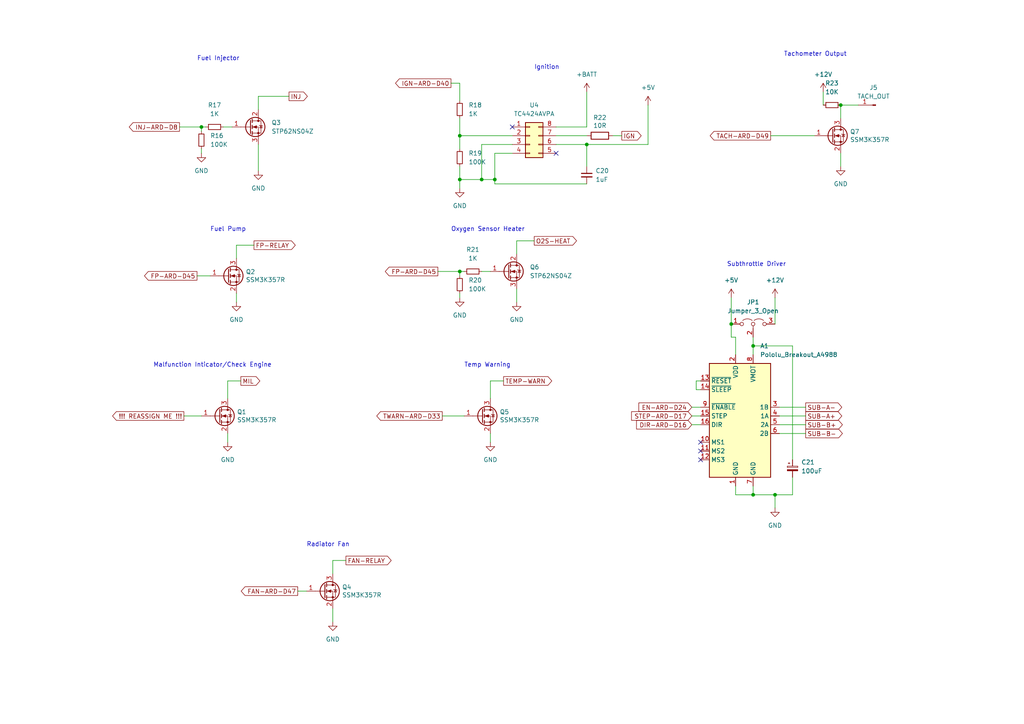
<source format=kicad_sch>
(kicad_sch (version 20211123) (generator eeschema)
  (paper "A4")
  (lib_symbols
    (symbol "Connector:Conn_01x01_Male" (pin_names (offset 1.016) hide)
      (property "Reference" "J" (at 0 2.54 0))
      (property "Value" "Conn_01x01_Male" (at 0 -2.54 0))
      (symbol "Conn_01x01_Male_1_1"
        (polyline (pts (xy 1.27 0) (xy 0.8636 0)) (stroke (width 0.1524)))
        (rectangle (start 0.8636 0.127) (end 0 -0.127) (stroke (width 0.1524)) (fill (type outline)))
        (pin passive line (at 5.08 0 180) (length 3.81) (name "Pin_1") (number "1"))
      )
    )
    (symbol "Connector_Generic:Conn_02x04_Counter_Clockwise" (pin_names (offset 1.016) hide)
      (property "Reference" "J" (at 1.27 5.08 0))
      (property "Value" "Conn_02x04_Counter_Clockwise" (at 1.27 -7.62 0))
      (symbol "Conn_02x04_Counter_Clockwise_1_1"
        (rectangle (start -1.27 -4.953) (end 0 -5.207) (stroke (width 0.1524)))
        (rectangle (start -1.27 -2.413) (end 0 -2.667) (stroke (width 0.1524)))
        (rectangle (start -1.27 0.127) (end 0 -0.127) (stroke (width 0.1524)))
        (rectangle (start -1.27 2.667) (end 0 2.413) (stroke (width 0.1524)))
        (rectangle (start -1.27 3.81) (end 3.81 -6.35) (stroke (width 0.254)) (fill (type background)))
        (rectangle (start 3.81 -4.953) (end 2.54 -5.207) (stroke (width 0.1524)))
        (rectangle (start 3.81 -2.413) (end 2.54 -2.667) (stroke (width 0.1524)))
        (rectangle (start 3.81 0.127) (end 2.54 -0.127) (stroke (width 0.1524)))
        (rectangle (start 3.81 2.667) (end 2.54 2.413) (stroke (width 0.1524)))
        (pin passive line (at -5.08 2.54 0) (length 3.81) (name "Pin_1") (number "1"))
        (pin passive line (at -5.08 0 0) (length 3.81) (name "Pin_2") (number "2"))
        (pin passive line (at -5.08 -2.54 0) (length 3.81) (name "Pin_3") (number "3"))
        (pin passive line (at -5.08 -5.08 0) (length 3.81) (name "Pin_4") (number "4"))
        (pin passive line (at 7.62 -5.08 180) (length 3.81) (name "Pin_5") (number "5"))
        (pin passive line (at 7.62 -2.54 180) (length 3.81) (name "Pin_6") (number "6"))
        (pin passive line (at 7.62 0 180) (length 3.81) (name "Pin_7") (number "7"))
        (pin passive line (at 7.62 2.54 180) (length 3.81) (name "Pin_8") (number "8"))
      )
    )
    (symbol "Device:C_Polarized_Small" (pin_numbers hide) (pin_names (offset 0.254) hide)
      (property "Reference" "C" (at 0.254 1.778 0))
      (property "Value" "C_Polarized_Small" (at 0.254 -2.032 0))
      (symbol "C_Polarized_Small_0_1"
        (rectangle (start -1.524 -0.3048) (end 1.524 -0.6858) (fill (type outline)))
        (rectangle (start -1.524 0.6858) (end 1.524 0.3048))
        (polyline (pts (xy -1.27 1.524) (xy -0.762 1.524)))
        (polyline (pts (xy -1.016 1.27) (xy -1.016 1.778)))
      )
      (symbol "C_Polarized_Small_1_1"
        (pin passive line (at 0 2.54 270) (length 1.8542) (name "~") (number "1"))
        (pin passive line (at 0 -2.54 90) (length 1.8542) (name "~") (number "2"))
      )
    )
    (symbol "Device:C_Small" (pin_numbers hide) (pin_names (offset 0.254) hide)
      (property "Reference" "C" (at 0.254 1.778 0))
      (property "Value" "C_Small" (at 0.254 -2.032 0))
      (symbol "C_Small_0_1"
        (polyline (pts (xy -1.524 -0.508) (xy 1.524 -0.508)) (stroke (width 0.3302)))
        (polyline (pts (xy -1.524 0.508) (xy 1.524 0.508)) (stroke (width 0.3048)))
      )
      (symbol "C_Small_1_1"
        (pin passive line (at 0 2.54 270) (length 2.032) (name "~") (number "1"))
        (pin passive line (at 0 -2.54 90) (length 2.032) (name "~") (number "2"))
      )
    )
    (symbol "Device:R" (pin_numbers hide) (pin_names (offset 0))
      (property "Reference" "R" (at 2.032 0 90))
      (property "Value" "R" (at 0 0 90))
      (symbol "R_0_1"
        (rectangle (start -1.016 -2.54) (end 1.016 2.54) (stroke (width 0.254)))
      )
      (symbol "R_1_1"
        (pin passive line (at 0 3.81 270) (length 1.27) (name "~") (number "1"))
        (pin passive line (at 0 -3.81 90) (length 1.27) (name "~") (number "2"))
      )
    )
    (symbol "Device:R_Small" (pin_numbers hide) (pin_names (offset 0.254) hide)
      (property "Reference" "R" (at 0.762 0.508 0))
      (property "Value" "R_Small" (at 0.762 -1.016 0))
      (symbol "R_Small_0_1"
        (rectangle (start -0.762 1.778) (end 0.762 -1.778) (stroke (width 0.2032)))
      )
      (symbol "R_Small_1_1"
        (pin passive line (at 0 2.54 270) (length 0.762) (name "~") (number "1"))
        (pin passive line (at 0 -2.54 90) (length 0.762) (name "~") (number "2"))
      )
    )
    (symbol "Driver_Motor:Pololu_Breakout_A4988"
      (property "Reference" "A" (at -2.54 19.05 0))
      (property "Value" "Pololu_Breakout_A4988" (at -2.54 16.51 0))
      (symbol "Pololu_Breakout_A4988_0_1"
        (rectangle (start 10.16 -17.78) (end -7.62 15.24) (stroke (width 0.254)) (fill (type background)))
      )
      (symbol "Pololu_Breakout_A4988_1_1"
        (pin power_in line (at 0 -20.32 90) (length 2.54) (name "GND") (number "1"))
        (pin input line (at -10.16 -7.62 0) (length 2.54) (name "MS1") (number "10"))
        (pin input line (at -10.16 -10.16 0) (length 2.54) (name "MS2") (number "11"))
        (pin input line (at -10.16 -12.7 0) (length 2.54) (name "MS3") (number "12"))
        (pin input line (at -10.16 10.16 0) (length 2.54) (name "~{RESET}") (number "13"))
        (pin input line (at -10.16 7.62 0) (length 2.54) (name "~{SLEEP}") (number "14"))
        (pin input line (at -10.16 0 0) (length 2.54) (name "STEP") (number "15"))
        (pin input line (at -10.16 -2.54 0) (length 2.54) (name "DIR") (number "16"))
        (pin power_in line (at 0 17.78 270) (length 2.54) (name "VDD") (number "2"))
        (pin output line (at 12.7 2.54 180) (length 2.54) (name "1B") (number "3"))
        (pin output line (at 12.7 0 180) (length 2.54) (name "1A") (number "4"))
        (pin output line (at 12.7 -2.54 180) (length 2.54) (name "2A") (number "5"))
        (pin output line (at 12.7 -5.08 180) (length 2.54) (name "2B") (number "6"))
        (pin power_in line (at 5.08 -20.32 90) (length 2.54) (name "GND") (number "7"))
        (pin power_in line (at 5.08 17.78 270) (length 2.54) (name "VMOT") (number "8"))
        (pin input line (at -10.16 2.54 0) (length 2.54) (name "~{ENABLE}") (number "9"))
      )
    )
    (symbol "Jumper:Jumper_3_Open" (pin_names (offset 0) hide)
      (property "Reference" "JP" (at -2.54 -2.54 0))
      (property "Value" "Jumper_3_Open" (at 0 2.794 0))
      (symbol "Jumper_3_Open_0_0"
        (circle (center -3.302 0) (radius 0.508))
        (circle (center 0 0) (radius 0.508))
        (circle (center 3.302 0) (radius 0.508))
      )
      (symbol "Jumper_3_Open_0_1"
        (arc (start -0.254 1.016) (mid -1.651 1.4992) (end -3.048 1.016))
        (polyline (pts (xy 0 -0.508) (xy 0 -1.27)))
        (arc (start 3.048 1.016) (mid 1.651 1.4992) (end 0.254 1.016))
      )
      (symbol "Jumper_3_Open_1_1"
        (pin passive line (at -6.35 0 0) (length 2.54) (name "A") (number "1"))
        (pin input line (at 0 -3.81 90) (length 2.54) (name "C") (number "2"))
        (pin passive line (at 6.35 0 180) (length 2.54) (name "B") (number "3"))
      )
    )
    (symbol "Transistor_FET:2N7002" (pin_names hide)
      (property "Reference" "Q" (at 5.08 1.905 0))
      (property "Value" "2N7002" (at 5.08 0 0))
      (symbol "2N7002_0_1"
        (polyline (pts (xy 0.254 0) (xy -2.54 0)))
        (polyline (pts (xy 0.254 1.905) (xy 0.254 -1.905)) (stroke (width 0.254)))
        (polyline (pts (xy 0.762 -1.27) (xy 0.762 -2.286)) (stroke (width 0.254)))
        (polyline (pts (xy 0.762 0.508) (xy 0.762 -0.508)) (stroke (width 0.254)))
        (polyline (pts (xy 0.762 2.286) (xy 0.762 1.27)) (stroke (width 0.254)))
        (polyline (pts (xy 2.54 2.54) (xy 2.54 1.778)))
        (polyline (pts (xy 2.54 -2.54) (xy 2.54 0) (xy 0.762 0)))
        (polyline (pts (xy 0.762 -1.778) (xy 3.302 -1.778) (xy 3.302 1.778) (xy 0.762 1.778)))
        (polyline (pts (xy 1.016 0) (xy 2.032 0.381) (xy 2.032 -0.381) (xy 1.016 0)) (fill (type outline)))
        (polyline (pts (xy 2.794 0.508) (xy 2.921 0.381) (xy 3.683 0.381) (xy 3.81 0.254)))
        (polyline (pts (xy 3.302 0.381) (xy 2.921 -0.254) (xy 3.683 -0.254) (xy 3.302 0.381)))
        (circle (center 1.651 0) (radius 2.794) (stroke (width 0.254)))
        (circle (center 2.54 -1.778) (radius 0.254) (fill (type outline)))
        (circle (center 2.54 1.778) (radius 0.254) (fill (type outline)))
      )
      (symbol "2N7002_1_1"
        (pin input line (at -5.08 0 0) (length 2.54) (name "G") (number "1"))
        (pin passive line (at 2.54 -5.08 90) (length 2.54) (name "S") (number "2"))
        (pin passive line (at 2.54 5.08 270) (length 2.54) (name "D") (number "3"))
      )
    )
    (symbol "Transistor_FET:BUZ11" (pin_names hide)
      (property "Reference" "Q" (at 6.35 1.905 0))
      (property "Value" "BUZ11" (at 6.35 0 0))
      (symbol "BUZ11_0_1"
        (polyline (pts (xy 0.254 0) (xy -2.54 0)))
        (polyline (pts (xy 0.254 1.905) (xy 0.254 -1.905)) (stroke (width 0.254)))
        (polyline (pts (xy 0.762 -1.27) (xy 0.762 -2.286)) (stroke (width 0.254)))
        (polyline (pts (xy 0.762 0.508) (xy 0.762 -0.508)) (stroke (width 0.254)))
        (polyline (pts (xy 0.762 2.286) (xy 0.762 1.27)) (stroke (width 0.254)))
        (polyline (pts (xy 2.54 2.54) (xy 2.54 1.778)))
        (polyline (pts (xy 2.54 -2.54) (xy 2.54 0) (xy 0.762 0)))
        (polyline (pts (xy 0.762 -1.778) (xy 3.302 -1.778) (xy 3.302 1.778) (xy 0.762 1.778)))
        (polyline (pts (xy 1.016 0) (xy 2.032 0.381) (xy 2.032 -0.381) (xy 1.016 0)) (fill (type outline)))
        (polyline (pts (xy 2.794 0.508) (xy 2.921 0.381) (xy 3.683 0.381) (xy 3.81 0.254)))
        (polyline (pts (xy 3.302 0.381) (xy 2.921 -0.254) (xy 3.683 -0.254) (xy 3.302 0.381)))
        (circle (center 1.651 0) (radius 2.794) (stroke (width 0.254)))
        (circle (center 2.54 -1.778) (radius 0.254) (fill (type outline)))
        (circle (center 2.54 1.778) (radius 0.254) (fill (type outline)))
      )
      (symbol "BUZ11_1_1"
        (pin input line (at -5.08 0 0) (length 2.54) (name "G") (number "1"))
        (pin passive line (at 2.54 5.08 270) (length 2.54) (name "D") (number "2"))
        (pin passive line (at 2.54 -5.08 90) (length 2.54) (name "S") (number "3"))
      )
    )
    (symbol "power:+12V" (power) (pin_names (offset 0))
      (property "Value" "+12V" (at 0 3.556 0))
      (symbol "+12V_0_1"
        (polyline (pts (xy -0.762 1.27) (xy 0 2.54)))
        (polyline (pts (xy 0 0) (xy 0 2.54)))
        (polyline (pts (xy 0 2.54) (xy 0.762 1.27)))
      )
      (symbol "+12V_1_1"
        (pin power_in line (at 0 0 90) (length 0) hide (name "+12V") (number "1"))
      )
    )
    (symbol "power:+5V" (power) (pin_names (offset 0))
      (property "Value" "+5V" (at 0 3.556 0))
      (symbol "+5V_0_1"
        (polyline (pts (xy -0.762 1.27) (xy 0 2.54)))
        (polyline (pts (xy 0 0) (xy 0 2.54)))
        (polyline (pts (xy 0 2.54) (xy 0.762 1.27)))
      )
      (symbol "+5V_1_1"
        (pin power_in line (at 0 0 90) (length 0) hide (name "+5V") (number "1"))
      )
    )
    (symbol "power:+BATT" (power) (pin_names (offset 0))
      (property "Value" "+BATT" (at 0 3.556 0))
      (symbol "+BATT_0_1"
        (polyline (pts (xy -0.762 1.27) (xy 0 2.54)))
        (polyline (pts (xy 0 0) (xy 0 2.54)))
        (polyline (pts (xy 0 2.54) (xy 0.762 1.27)))
      )
      (symbol "+BATT_1_1"
        (pin power_in line (at 0 0 90) (length 0) hide (name "+BATT") (number "1"))
      )
    )
    (symbol "power:GND" (power) (pin_names (offset 0))
      (property "Value" "GND" (at 0 -3.81 0))
      (symbol "GND_0_1"
        (polyline (pts (xy 0 0) (xy 0 -1.27) (xy 1.27 -1.27) (xy 0 -2.54) (xy -1.27 -1.27) (xy 0 -1.27)))
      )
      (symbol "GND_1_1"
        (pin power_in line (at 0 0 270) (length 0) hide (name "GND") (number "1"))
      )
    )
  )
  (junction (at 58.42 36.83))
  (junction (at 218.44 143.51))
  (junction (at 170.18 41.91))
  (junction (at 139.7 52.07))
  (junction (at 218.44 100.33))
  (junction (at 224.79 143.51))
  (junction (at 143.51 52.07))
  (junction (at 212.09 93.98))
  (junction (at 133.35 39.37))
  (junction (at 133.35 78.74))
  (junction (at 133.35 52.07))
  (junction (at 243.84 30.48))
  (no_connect (at 161.29 44.45))
  (no_connect (at 203.2 128.27))
  (no_connect (at 203.2 130.81))
  (no_connect (at 203.2 133.35))
  (no_connect (at 148.59 36.83))
  (wire (pts (xy 218.44 143.51) (xy 224.79 143.51)))
  (wire (pts (xy 161.29 39.37) (xy 170.18 39.37)))
  (wire (pts (xy 238.76 26.67) (xy 238.76 30.48)))
  (wire (pts (xy 212.09 97.79) (xy 212.09 93.98)))
  (wire (pts (xy 58.42 36.83) (xy 59.69 36.83)))
  (wire (pts (xy 243.84 44.45) (xy 243.84 48.26)))
  (wire (pts (xy 226.06 118.11) (xy 233.68 118.11)))
  (wire (pts (xy 213.36 102.87) (xy 213.36 97.79)))
  (wire (pts (xy 74.93 27.94) (xy 74.93 31.75)))
  (wire (pts (xy 200.66 120.65) (xy 203.2 120.65)))
  (wire (pts (xy 66.04 125.73) (xy 66.04 128.27)))
  (wire (pts (xy 58.42 43.18) (xy 58.42 44.45)))
  (wire (pts (xy 143.51 44.45) (xy 143.51 52.07)))
  (wire (pts (xy 149.86 83.82) (xy 149.86 87.63)))
  (wire (pts (xy 143.51 53.34) (xy 143.51 52.07)))
  (wire (pts (xy 143.51 52.07) (xy 139.7 52.07)))
  (wire (pts (xy 133.35 78.74) (xy 133.35 80.01)))
  (wire (pts (xy 68.58 71.12) (xy 73.66 71.12)))
  (wire (pts (xy 74.93 41.91) (xy 74.93 49.53)))
  (wire (pts (xy 133.35 24.13) (xy 133.35 29.21)))
  (wire (pts (xy 170.18 41.91) (xy 170.18 48.26)))
  (wire (pts (xy 133.35 85.09) (xy 133.35 86.36)))
  (wire (pts (xy 133.35 39.37) (xy 133.35 43.18)))
  (wire (pts (xy 142.24 125.73) (xy 142.24 128.27)))
  (wire (pts (xy 212.09 86.36) (xy 212.09 93.98)))
  (wire (pts (xy 149.86 69.85) (xy 149.86 73.66)))
  (wire (pts (xy 53.34 120.65) (xy 58.42 120.65)))
  (wire (pts (xy 64.77 36.83) (xy 67.31 36.83)))
  (wire (pts (xy 146.05 110.49) (xy 142.24 110.49)))
  (wire (pts (xy 224.79 143.51) (xy 224.79 147.32)))
  (wire (pts (xy 218.44 100.33) (xy 229.87 100.33)))
  (wire (pts (xy 127 78.74) (xy 133.35 78.74)))
  (wire (pts (xy 96.52 176.53) (xy 96.52 180.34)))
  (wire (pts (xy 200.66 123.19) (xy 203.2 123.19)))
  (wire (pts (xy 86.36 171.45) (xy 88.9 171.45)))
  (wire (pts (xy 68.58 85.09) (xy 68.58 87.63)))
  (wire (pts (xy 201.93 110.49) (xy 203.2 110.49)))
  (wire (pts (xy 133.35 52.07) (xy 133.35 48.26)))
  (wire (pts (xy 58.42 36.83) (xy 58.42 38.1)))
  (wire (pts (xy 201.93 113.03) (xy 201.93 110.49)))
  (wire (pts (xy 200.66 118.11) (xy 203.2 118.11)))
  (wire (pts (xy 187.96 41.91) (xy 170.18 41.91)))
  (wire (pts (xy 170.18 53.34) (xy 143.51 53.34)))
  (wire (pts (xy 143.51 44.45) (xy 148.59 44.45)))
  (wire (pts (xy 203.2 113.03) (xy 201.93 113.03)))
  (wire (pts (xy 243.84 30.48) (xy 243.84 34.29)))
  (wire (pts (xy 133.35 24.13) (xy 130.81 24.13)))
  (wire (pts (xy 139.7 41.91) (xy 139.7 52.07)))
  (wire (pts (xy 177.8 39.37) (xy 180.34 39.37)))
  (wire (pts (xy 96.52 162.56) (xy 96.52 166.37)))
  (wire (pts (xy 74.93 27.94) (xy 83.82 27.94)))
  (wire (pts (xy 218.44 97.79) (xy 218.44 100.33)))
  (wire (pts (xy 139.7 41.91) (xy 148.59 41.91)))
  (wire (pts (xy 218.44 100.33) (xy 218.44 102.87)))
  (wire (pts (xy 161.29 41.91) (xy 170.18 41.91)))
  (wire (pts (xy 226.06 123.19) (xy 233.68 123.19)))
  (wire (pts (xy 170.18 36.83) (xy 170.18 26.67)))
  (wire (pts (xy 213.36 143.51) (xy 218.44 143.51)))
  (wire (pts (xy 161.29 36.83) (xy 170.18 36.83)))
  (wire (pts (xy 133.35 39.37) (xy 148.59 39.37)))
  (wire (pts (xy 213.36 140.97) (xy 213.36 143.51)))
  (wire (pts (xy 133.35 34.29) (xy 133.35 39.37)))
  (wire (pts (xy 243.84 30.48) (xy 248.92 30.48)))
  (wire (pts (xy 128.27 120.65) (xy 134.62 120.65)))
  (wire (pts (xy 229.87 100.33) (xy 229.87 133.35)))
  (wire (pts (xy 226.06 120.65) (xy 233.68 120.65)))
  (wire (pts (xy 52.07 36.83) (xy 58.42 36.83)))
  (wire (pts (xy 213.36 97.79) (xy 212.09 97.79)))
  (wire (pts (xy 133.35 78.74) (xy 134.62 78.74)))
  (wire (pts (xy 223.52 39.37) (xy 236.22 39.37)))
  (wire (pts (xy 229.87 138.43) (xy 229.87 143.51)))
  (wire (pts (xy 139.7 78.74) (xy 142.24 78.74)))
  (wire (pts (xy 187.96 30.48) (xy 187.96 41.91)))
  (wire (pts (xy 69.85 110.49) (xy 66.04 110.49)))
  (wire (pts (xy 139.7 52.07) (xy 133.35 52.07)))
  (wire (pts (xy 133.35 54.61) (xy 133.35 52.07)))
  (wire (pts (xy 226.06 125.73) (xy 233.68 125.73)))
  (wire (pts (xy 142.24 110.49) (xy 142.24 115.57)))
  (wire (pts (xy 224.79 143.51) (xy 229.87 143.51)))
  (wire (pts (xy 66.04 110.49) (xy 66.04 115.57)))
  (wire (pts (xy 68.58 71.12) (xy 68.58 74.93)))
  (wire (pts (xy 218.44 140.97) (xy 218.44 143.51)))
  (wire (pts (xy 96.52 162.56) (xy 100.33 162.56)))
  (wire (pts (xy 57.15 80.01) (xy 60.96 80.01)))
  (wire (pts (xy 149.86 69.85) (xy 154.94 69.85)))
  (wire (pts (xy 224.79 86.36) (xy 224.79 93.98)))
  (text "Radiator Fan" (at 88.9 158.75 0) (effects (font (size 1.27 1.27)) (justify left bottom)))
  (text "Fuel Pump\n" (at 60.96 67.31 0) (effects (font (size 1.27 1.27)) (justify left bottom)))
  (text "Ignition" (at 154.94 20.32 0) (effects (font (size 1.27 1.27)) (justify left bottom)))
  (text "Oxygen Sensor Heater" (at 130.81 67.31 0) (effects (font (size 1.27 1.27)) (justify left bottom)))
  (text "Fuel Injector" (at 57.15 17.78 0) (effects (font (size 1.27 1.27)) (justify left bottom)))
  (text "Malfunction Inticator/Check Engine" (at 44.45 106.68 0) (effects (font (size 1.27 1.27)) (justify left bottom)))
  (text "Tachometer Output" (at 227.33 16.51 0) (effects (font (size 1.27 1.27)) (justify left bottom)))
  (text "Subthrottle Driver" (at 210.82 77.47 0) (effects (font (size 1.27 1.27)) (justify left bottom)))
  (text "Temp Warning" (at 134.62 106.68 0) (effects (font (size 1.27 1.27)) (justify left bottom)))
  (global_label "TWARN-ARD-D33" (shape output) (at 128.27 120.65 180) (property "Intersheet References" "${INTERSHEET_REFS}" (effects hide)))
  (global_label "SUB-B+" (shape output) (at 233.68 123.19 0) (property "Intersheet References" "${INTERSHEET_REFS}" (effects hide)))
  (global_label "INJ" (shape output) (at 83.82 27.94 0) (property "Intersheet References" "${INTERSHEET_REFS}" (effects hide)))
  (global_label "FP-ARD-D45" (shape output) (at 57.15 80.01 180) (property "Intersheet References" "${INTERSHEET_REFS}" (effects hide)))
  (global_label "DIR-ARD-D16" (shape input) (at 200.66 123.19 180) (property "Intersheet References" "${INTERSHEET_REFS}" (effects hide)))
  (global_label "STEP-ARD-D17" (shape input) (at 200.66 120.65 180) (property "Intersheet References" "${INTERSHEET_REFS}" (effects hide)))
  (global_label "FAN-ARD-D47" (shape output) (at 86.36 171.45 180) (property "Intersheet References" "${INTERSHEET_REFS}" (effects hide)))
  (global_label "TEMP-WARN" (shape output) (at 146.05 110.49 0) (property "Intersheet References" "${INTERSHEET_REFS}" (effects hide)))
  (global_label "FP-ARD-D45" (shape output) (at 127 78.74 180) (property "Intersheet References" "${INTERSHEET_REFS}" (effects hide)))
  (global_label "SUB-A+" (shape output) (at 233.68 120.65 0) (property "Intersheet References" "${INTERSHEET_REFS}" (effects hide)))
  (global_label "IGN" (shape output) (at 180.34 39.37 0) (property "Intersheet References" "${INTERSHEET_REFS}" (effects hide)))
  (global_label "FAN-RELAY" (shape output) (at 100.33 162.56 0) (property "Intersheet References" "${INTERSHEET_REFS}" (effects hide)))
  (global_label "MIL" (shape output) (at 69.85 110.49 0) (property "Intersheet References" "${INTERSHEET_REFS}" (effects hide)))
  (global_label "FP-RELAY" (shape output) (at 73.66 71.12 0) (property "Intersheet References" "${INTERSHEET_REFS}" (effects hide)))
  (global_label "!!! REASSIGN ME !!!" (shape output) (at 53.34 120.65 180) (property "Intersheet References" "${INTERSHEET_REFS}" (effects hide)))
  (global_label "IGN-ARD-D40" (shape output) (at 130.81 24.13 180) (property "Intersheet References" "${INTERSHEET_REFS}" (effects hide)))
  (global_label "SUB-A-" (shape output) (at 233.68 118.11 0) (property "Intersheet References" "${INTERSHEET_REFS}" (effects hide)))
  (global_label "TACH-ARD-D49" (shape output) (at 223.52 39.37 180) (property "Intersheet References" "${INTERSHEET_REFS}" (effects hide)))
  (global_label "INJ-ARD-D8" (shape output) (at 52.07 36.83 180) (property "Intersheet References" "${INTERSHEET_REFS}" (effects hide)))
  (global_label "EN-ARD-D24" (shape input) (at 200.66 118.11 180) (property "Intersheet References" "${INTERSHEET_REFS}" (effects hide)))
  (global_label "SUB-B-" (shape output) (at 233.68 125.73 0) (property "Intersheet References" "${INTERSHEET_REFS}" (effects hide)))
  (global_label "O2S-HEAT" (shape output) (at 154.94 69.85 0) (property "Intersheet References" "${INTERSHEET_REFS}" (effects hide)))
  (symbol (lib_id "power:+5V") (at 212.09 86.36 0) (unit 1)
    (property "Reference" "#PWR045" (effects hide))
    (property "Value" "+5V" (at 212.09 81.28 0))
  )
  (symbol (lib_id "Connector_Generic:Conn_02x04_Counter_Clockwise") (at 153.67 39.37 0) (unit 1)
    (property "Reference" "U4" (at 154.94 30.48 0))
    (property "Value" "TC4424AVPA" (at 154.94 33.02 0))
    (property "Footprint" "Package_DIP:DIP-8_W7.62mm_Socket" (effects hide))
  )
  (symbol (lib_id "Device:R_Small") (at 62.23 36.83 90) (unit 1)
    (property "Reference" "R17" (at 62.23 30.48 90))
    (property "Value" "1K" (at 62.23 33.02 90))
    (property "Footprint" "Resistor_SMD:R_0805_2012Metric" (effects hide))
  )
  (symbol (lib_id "Device:C_Polarized_Small") (at 229.87 135.89 0) (unit 1)
    (property "Reference" "C21" (at 232.41 134.0738 0) (effects (justify left)))
    (property "Value" "100uF" (at 232.41 136.6138 0) (effects (justify left)))
    (property "Footprint" "Capacitor_THT:CP_Radial_D5.0mm_P2.50mm" (effects hide))
  )
  (symbol (lib_id "power:GND") (at 133.35 54.61 0) (unit 1)
    (property "Reference" "#PWR039" (effects hide))
    (property "Value" "GND" (at 133.35 59.69 0))
  )
  (symbol (lib_id "power:GND") (at 96.52 180.34 0) (unit 1)
    (property "Reference" "#PWR038" (effects hide))
    (property "Value" "GND" (at 96.52 185.42 0))
  )
  (symbol (lib_id "Device:R") (at 173.99 39.37 270) (unit 1)
    (property "Reference" "R22" (at 173.99 34.1122 90))
    (property "Value" "10R" (at 173.99 36.4236 90))
    (property "Footprint" "Resistor_SMD:R_0805_2012Metric" (effects hide))
    (property "Digikey Part Number" "311-10.0CRCT-ND" (effects hide))
    (property "Manufacturer_Name" "Yageo" (effects hide))
    (property "Manufacturer_Part_Number" "RC0805FR-0710RL" (effects hide))
    (property "URL" "https://www.digikey.com/product-detail/en/yageo/RC0805FR-0710RL/311-10.0CRCT-ND/730481" (effects hide))
  )
  (symbol (lib_id "Transistor_FET:BUZ11") (at 147.32 78.74 0) (unit 1)
    (property "Reference" "Q6" (at 153.67 77.4699 0) (effects (justify left)))
    (property "Value" "STP62NS04Z" (at 153.67 80.0099 0) (effects (justify left)))
    (property "Footprint" "Package_TO_SOT_THT:TO-220-3_Vertical" (effects hide))
    (property "Datasheet" "https://media.digikey.com/pdf/Data%20Sheets/Fairchild%20PDFs/BUZ11.pdf" (effects hide))
  )
  (symbol (lib_id "Transistor_FET:BUZ11") (at 72.39 36.83 0) (unit 1)
    (property "Reference" "Q3" (at 78.74 35.5599 0) (effects (justify left)))
    (property "Value" "STP62NS04Z" (at 78.74 38.0999 0) (effects (justify left)))
    (property "Footprint" "Package_TO_SOT_THT:TO-220-3_Vertical" (effects hide))
    (property "Datasheet" "https://media.digikey.com/pdf/Data%20Sheets/Fairchild%20PDFs/BUZ11.pdf" (effects hide))
  )
  (symbol (lib_id "Device:C_Small") (at 170.18 50.8 0) (unit 1)
    (property "Reference" "C20" (at 172.72 49.5362 0) (effects (justify left)))
    (property "Value" "1uF" (at 172.72 52.0762 0) (effects (justify left)))
    (property "Footprint" "Capacitor_SMD:C_0805_2012Metric_Pad1.18x1.45mm_HandSolder" (effects hide))
  )
  (symbol (lib_id "power:GND") (at 142.24 128.27 0) (unit 1)
    (property "Reference" "#PWR041" (effects hide))
    (property "Value" "GND" (at 142.24 133.35 0))
  )
  (symbol (lib_id "power:GND") (at 149.86 87.63 0) (unit 1)
    (property "Reference" "#PWR042" (effects hide))
    (property "Value" "GND" (at 149.86 92.71 0))
  )
  (symbol (lib_id "Device:R_Small") (at 133.35 45.72 0) (unit 1)
    (property "Reference" "R19" (at 135.89 44.4499 0) (effects (justify left)))
    (property "Value" "100K" (at 135.89 46.9899 0) (effects (justify left)))
    (property "Footprint" "Resistor_SMD:R_0805_2012Metric_Pad1.20x1.40mm_HandSolder" (effects hide))
  )
  (symbol (lib_id "power:GND") (at 224.79 147.32 0) (unit 1)
    (property "Reference" "#PWR047" (effects hide))
    (property "Value" "GND" (at 224.79 152.4 0))
  )
  (symbol (lib_id "power:+12V") (at 224.79 86.36 0) (unit 1)
    (property "Reference" "#PWR046" (effects hide))
    (property "Value" "+12V" (at 224.79 81.28 0))
  )
  (symbol (lib_id "power:+12V") (at 238.76 26.67 0) (unit 1)
    (property "Reference" "#PWR048" (effects hide))
    (property "Value" "+12V" (at 238.76 21.59 0))
  )
  (symbol (lib_id "power:GND") (at 66.04 128.27 0) (unit 1)
    (property "Reference" "#PWR035" (effects hide))
    (property "Value" "GND" (at 66.04 133.35 0))
  )
  (symbol (lib_id "Driver_Motor:Pololu_Breakout_A4988") (at 213.36 120.65 0) (unit 1)
    (property "Reference" "A1" (at 220.4594 100.33 0) (effects (justify left)))
    (property "Value" "Pololu_Breakout_A4988" (at 220.4594 102.87 0) (effects (justify left)))
    (property "Footprint" "Module:Pololu_Breakout-16_15.2x20.3mm" (effects hide))
    (property "Datasheet" "https://www.pololu.com/product/2980/pictures" (effects hide))
  )
  (symbol (lib_id "power:GND") (at 68.58 87.63 0) (unit 1)
    (property "Reference" "#PWR036" (effects hide))
    (property "Value" "GND" (at 68.58 92.71 0))
  )
  (symbol (lib_id "power:+5V") (at 187.96 30.48 0) (unit 1)
    (property "Reference" "#PWR044" (effects hide))
    (property "Value" "+5V" (at 187.96 25.4 0))
  )
  (symbol (lib_id "Device:R_Small") (at 133.35 82.55 0) (unit 1)
    (property "Reference" "R20" (at 135.89 81.2799 0) (effects (justify left)))
    (property "Value" "100K" (at 135.89 83.8199 0) (effects (justify left)))
    (property "Footprint" "Resistor_SMD:R_0805_2012Metric" (effects hide))
  )
  (symbol (lib_id "power:GND") (at 133.35 86.36 0) (unit 1)
    (property "Reference" "#PWR040" (effects hide))
    (property "Value" "GND" (at 133.35 91.44 0))
  )
  (symbol (lib_id "Transistor_FET:2N7002") (at 63.5 120.65 0) (unit 1)
    (property "Reference" "Q1" (at 68.7324 119.4816 0) (effects (justify left)))
    (property "Value" "SSM3K357R" (at 68.7324 121.793 0) (effects (justify left)))
    (property "Footprint" "Package_TO_SOT_SMD:SOT-23" (effects hide))
    (property "Datasheet" "https://www.mouser.com/datasheet/2/408/SSM3K357R_datasheet_en_20180124-1316146.pdf" (effects hide))
    (property "Digikey Part Number" "SSM3K357RLFCT-ND " (effects hide))
    (property "Manufacturer_Name" "Toshiba" (effects hide))
    (property "Manufacturer_Part_Number" "SSM3K357R" (effects hide))
    (property "URL" "https://www.digikey.com.au/product-detail/en/toshiba-semiconductor-and-storage/SSM3K357RLF/SSM3K357RLFCT-ND/8611183" (effects hide))
  )
  (symbol (lib_id "Transistor_FET:2N7002") (at 66.04 80.01 0) (unit 1)
    (property "Reference" "Q2" (at 71.2724 78.8416 0) (effects (justify left)))
    (property "Value" "SSM3K357R" (at 71.2724 81.153 0) (effects (justify left)))
    (property "Footprint" "Package_TO_SOT_SMD:SOT-23" (effects hide))
    (property "Datasheet" "https://www.mouser.com/datasheet/2/408/SSM3K357R_datasheet_en_20180124-1316146.pdf" (effects hide))
    (property "Digikey Part Number" "SSM3K357RLFCT-ND " (effects hide))
    (property "Manufacturer_Name" "Toshiba" (effects hide))
    (property "Manufacturer_Part_Number" "SSM3K357R" (effects hide))
    (property "URL" "https://www.digikey.com.au/product-detail/en/toshiba-semiconductor-and-storage/SSM3K357RLF/SSM3K357RLFCT-ND/8611183" (effects hide))
  )
  (symbol (lib_id "Transistor_FET:2N7002") (at 139.7 120.65 0) (unit 1)
    (property "Reference" "Q5" (at 144.9324 119.4816 0) (effects (justify left)))
    (property "Value" "SSM3K357R" (at 144.9324 121.793 0) (effects (justify left)))
    (property "Footprint" "Package_TO_SOT_SMD:SOT-23" (effects hide))
    (property "Datasheet" "https://www.mouser.com/datasheet/2/408/SSM3K357R_datasheet_en_20180124-1316146.pdf" (effects hide))
    (property "Digikey Part Number" "SSM3K357RLFCT-ND " (effects hide))
    (property "Manufacturer_Name" "Toshiba" (effects hide))
    (property "Manufacturer_Part_Number" "SSM3K357R" (effects hide))
    (property "URL" "https://www.digikey.com.au/product-detail/en/toshiba-semiconductor-and-storage/SSM3K357RLF/SSM3K357RLFCT-ND/8611183" (effects hide))
  )
  (symbol (lib_id "Connector:Conn_01x01_Male") (at 254 30.48 180) (unit 1)
    (property "Reference" "J5" (at 253.365 25.4 0))
    (property "Value" "TACH_OUT" (at 253.365 27.94 0))
    (property "Footprint" "Connector_PinHeader_2.54mm:PinHeader_1x01_P2.54mm_Vertical" (effects hide))
  )
  (symbol (lib_id "Device:R_Small") (at 58.42 40.64 0) (unit 1)
    (property "Reference" "R16" (at 60.96 39.3699 0) (effects (justify left)))
    (property "Value" "100K" (at 60.96 41.9099 0) (effects (justify left)))
    (property "Footprint" "Resistor_SMD:R_0805_2012Metric" (effects hide))
  )
  (symbol (lib_id "Jumper:Jumper_3_Open") (at 218.44 93.98 0) (unit 1)
    (property "Reference" "JP1" (at 218.44 87.63 0))
    (property "Value" "Jumper_3_Open" (at 218.44 90.17 0))
    (property "Footprint" "Connector_PinHeader_2.54mm:PinHeader_1x03_P2.54mm_Vertical" (effects hide))
  )
  (symbol (lib_id "Transistor_FET:2N7002") (at 93.98 171.45 0) (unit 1)
    (property "Reference" "Q4" (at 99.2124 170.2816 0) (effects (justify left)))
    (property "Value" "SSM3K357R" (at 99.2124 172.593 0) (effects (justify left)))
    (property "Footprint" "Package_TO_SOT_SMD:SOT-23" (effects hide))
    (property "Datasheet" "https://www.mouser.com/datasheet/2/408/SSM3K357R_datasheet_en_20180124-1316146.pdf" (effects hide))
    (property "Digikey Part Number" "SSM3K357RLFCT-ND " (effects hide))
    (property "Manufacturer_Name" "Toshiba" (effects hide))
    (property "Manufacturer_Part_Number" "SSM3K357R" (effects hide))
    (property "URL" "https://www.digikey.com.au/product-detail/en/toshiba-semiconductor-and-storage/SSM3K357RLF/SSM3K357RLFCT-ND/8611183" (effects hide))
  )
  (symbol (lib_id "power:GND") (at 74.93 49.53 0) (unit 1)
    (property "Reference" "#PWR037" (effects hide))
    (property "Value" "GND" (at 74.93 54.61 0))
  )
  (symbol (lib_id "power:+BATT") (at 170.18 26.67 0) (unit 1)
    (property "Reference" "#PWR043" (effects hide))
    (property "Value" "+BATT" (at 170.18 21.59 0))
  )
  (symbol (lib_id "Transistor_FET:2N7002") (at 241.3 39.37 0) (unit 1)
    (property "Reference" "Q7" (at 246.5324 38.2016 0) (effects (justify left)))
    (property "Value" "SSM3K357R" (at 246.5324 40.513 0) (effects (justify left)))
    (property "Footprint" "Package_TO_SOT_SMD:SOT-23" (effects hide))
    (property "Datasheet" "https://www.mouser.com/datasheet/2/408/SSM3K357R_datasheet_en_20180124-1316146.pdf" (effects hide))
    (property "Digikey Part Number" "SSM3K357RLFCT-ND " (effects hide))
    (property "Manufacturer_Name" "Toshiba" (effects hide))
    (property "Manufacturer_Part_Number" "SSM3K357R" (effects hide))
    (property "URL" "https://www.digikey.com.au/product-detail/en/toshiba-semiconductor-and-storage/SSM3K357RLF/SSM3K357RLFCT-ND/8611183" (effects hide))
  )
  (symbol (lib_id "Device:R_Small") (at 133.35 31.75 0) (unit 1)
    (property "Reference" "R18" (at 135.89 30.4799 0) (effects (justify left)))
    (property "Value" "1K" (at 135.89 33.0199 0) (effects (justify left)))
    (property "Footprint" "Resistor_SMD:R_0805_2012Metric_Pad1.20x1.40mm_HandSolder" (effects hide))
  )
  (symbol (lib_id "power:GND") (at 58.42 44.45 0) (unit 1)
    (property "Reference" "#PWR034" (effects hide))
    (property "Value" "GND" (at 58.42 49.53 0))
  )
  (symbol (lib_id "Device:R_Small") (at 137.16 78.74 90) (unit 1)
    (property "Reference" "R21" (at 137.16 72.39 90))
    (property "Value" "1K" (at 137.16 74.93 90))
    (property "Footprint" "Resistor_SMD:R_0805_2012Metric" (effects hide))
  )
  (symbol (lib_id "Device:R_Small") (at 241.3 30.48 270) (unit 1)
    (property "Reference" "R23" (at 241.3 24.13 90))
    (property "Value" "10K" (at 241.3 26.67 90))
    (property "Footprint" "Resistor_SMD:R_0805_2012Metric" (effects hide))
  )
  (symbol (lib_id "power:GND") (at 243.84 48.26 0) (unit 1)
    (property "Reference" "#PWR049" (effects hide))
    (property "Value" "GND" (at 243.84 53.34 0))
  )
)
</source>
